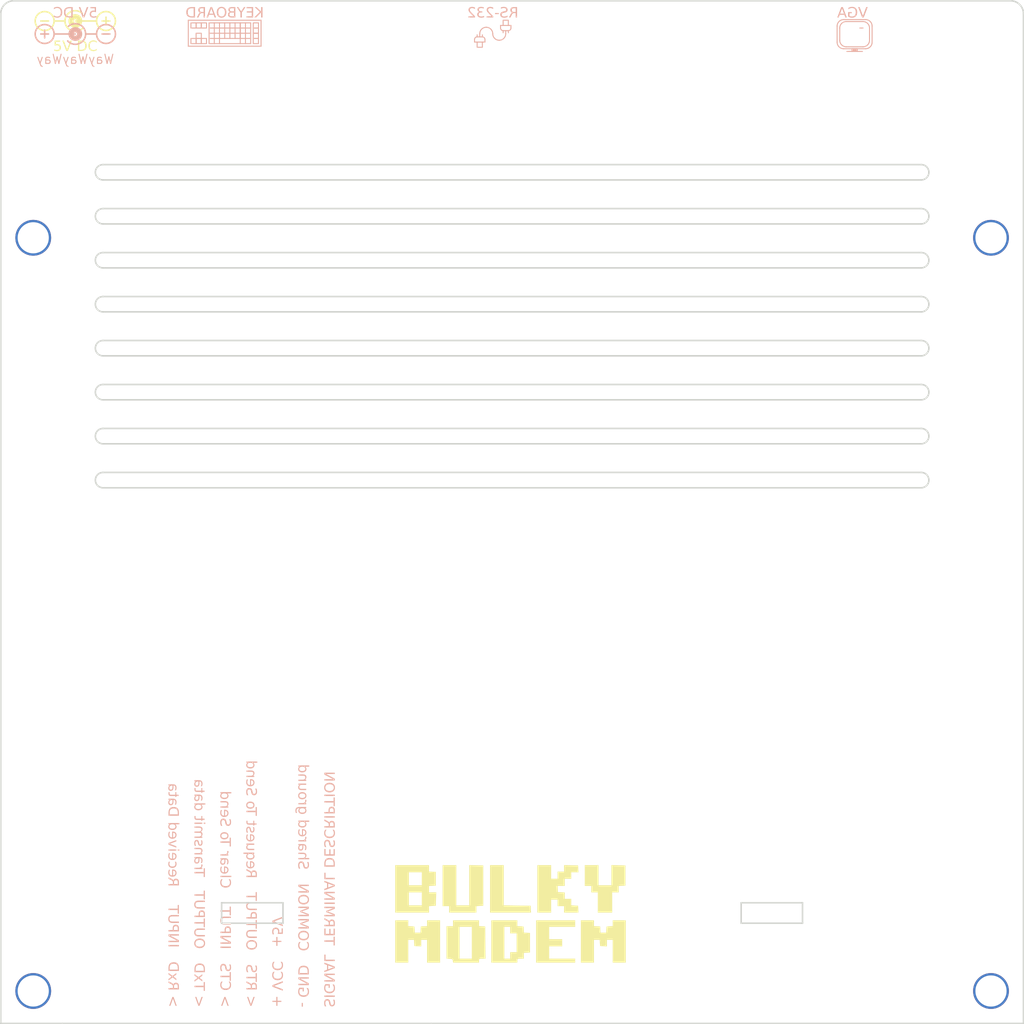
<source format=kicad_pcb>
(kicad_pcb (version 20240108) (generator "pcbnew") (generator_version "8.0")
  (layers (0 "F.Cu" signal) (31 "B.Cu" signal) (34 "B.Paste" user) (35 "F.Paste" user) (36 "B.SilkS" user "B.Silkscreen") (37 "F.SilkS" user "F.Silkscreen") (38 "B.Mask" user) (39 "F.Mask" user) (44 "Edge.Cuts" user))
  (net 0 "")
  (footprint "mounting:M3_pin" (layer "F.Cu") (at 73.355 151.435)
    (property "Reference" "M1" (hide yes))
    (property "Value" "Mounting" (hide yes))
    (pad "1" thru_hole circle (at 0 0) (size 3.5 3.5) (drill 3.048) (layers "*.Cu" "*.Mask"))
  )
  (footprint "mounting:M3_pin" (layer "F.Cu") (at 167.005 151.435)
    (property "Reference" "M2" (hide yes))
    (property "Value" "Mounting" (hide yes))
    (pad "1" thru_hole circle (at 0 0) (size 3.5 3.5) (drill 3.048) (layers "*.Cu" "*.Mask"))
  )
  (footprint "mounting:M3_pin" (layer "F.Cu") (at 167.005 77.785)
    (property "Reference" "M3" (hide yes))
    (property "Value" "Mounting" (hide yes))
    (pad "1" thru_hole circle (at 0 0) (size 3.5 3.5) (drill 3.048) (layers "*.Cu" "*.Mask"))
  )
  (footprint "mounting:M3_pin" (layer "F.Cu") (at 73.355 77.785)
    (property "Reference" "M4" (hide yes))
    (property "Value" "Mounting" (hide yes))
    (pad "1" thru_hole circle (at 0 0) (size 3.5 3.5) (drill 3.048) (layers "*.Cu" "*.Mask"))
  )
  (footprint "artwork:BulkyModem" (layer "F.Cu") (at 120.18 143.891)
    (property "Reference" "G***" (hide yes))
    (property "Value" "LOGO" (hide yes))
    (fp_poly (pts (xy -0.8255 -0.828077) (xy 0.492125 -0.810914) (xy 1.80975 -0.79375) (xy 1.848136 -0.127) (xy -2.159 -0.127) (xy -2.159 -4.7625) (xy -0.8255 -4.7625) (xy -0.8255 -0.828077)) (stroke (width 0.01)) (fill solid) (layer "F.SilkS"))
    (fp_poly (pts (xy 6.1595 1.27) (xy 3.6195 1.27) (xy 3.6195 2.4765) (xy 4.8895 2.4765) (xy 4.8895 3.175) (xy 3.6195 3.175) (xy 3.6195 4.3815) (xy 6.1595 4.3815) (xy 6.1595 4.7625) (xy 2.3495 4.7625) (xy 2.3495 0.635) (xy 6.1595 0.635) (xy 6.1595 1.27)) (stroke (width 0.01)) (fill solid) (layer "F.SilkS"))
    (fp_poly (pts (xy -3.508375 -4.748774) (xy -2.82575 -4.73075) (xy -2.82575 -0.79375) (xy -3.4925 -0.755364) (xy -3.4925 -0.127) (xy -6.1595 -0.127) (xy -6.1595 -0.762) (xy -6.7945 -0.762) (xy -6.7945 -4.7625) (xy -5.461 -4.7625) (xy -5.461 -0.8255) (xy -4.191 -0.8255) (xy -4.191 -4.766796) (xy -3.508375 -4.748774)) (stroke (width 0.01)) (fill solid) (layer "F.SilkS"))
    (fp_poly (pts (xy 10.398125 -4.748774) (xy 11.08075 -4.73075) (xy 11.08075 -2.76225) (xy 10.414 -2.723864) (xy 10.414 -2.0955) (xy 9.779 -2.0955) (xy 9.779 -0.127) (xy 8.382 -0.127) (xy 8.382 -2.0955) (xy 7.747 -2.0955) (xy 7.747 -2.7305) (xy 7.112 -2.7305) (xy 7.112 -4.7625) (xy 8.4455 -4.7625) (xy 8.4455 -2.794) (xy 9.7155 -2.794) (xy 9.7155 -4.766796) (xy 10.398125 -4.748774)) (stroke (width 0.01)) (fill solid) (layer "F.SilkS"))
    (fp_poly (pts (xy 8.001 1.199541) (xy 8.302625 1.218895) (xy 8.60425 1.23825) (xy 8.642958 1.8415) (xy 8.92175 1.8415) (xy 9.200541 1.841499) (xy 9.219895 1.539875) (xy 9.23925 1.23825) (xy 9.540875 1.218895) (xy 9.8425 1.199541) (xy 9.8425 0.635) (xy 11.1125 0.635) (xy 11.1125 4.7625) (xy 9.8425 4.7625) (xy 9.8425 2.54) (xy 9.271 2.54) (xy 9.271 3.181636) (xy 8.60425 3.14325) (xy 8.584895 2.841625) (xy 8.565541 2.54) (xy 8.001 2.54) (xy 8.001 4.7625) (xy 6.731 4.7625) (xy 6.731 0.635) (xy 8.001 0.635) (xy 8.001 1.199541)) (stroke (width 0.01)) (fill solid) (layer "F.SilkS"))
    (fp_poly (pts (xy -10.16 0.91727) (xy -10.160001 1.199541) (xy -9.858375 1.218895) (xy -9.55675 1.23825) (xy -9.518042 1.8415) (xy -9.23925 1.8415) (xy -8.960459 1.841499) (xy -8.941105 1.539875) (xy -8.92175 1.23825) (xy -8.620125 1.218895) (xy -8.3185 1.199541) (xy -8.3185 0.635) (xy -7.0485 0.635) (xy -7.0485 4.7625) (xy -8.3185 4.7625) (xy -8.3185 2.54) (xy -8.89 2.54) (xy -8.89 3.181636) (xy -9.55675 3.14325) (xy -9.576105 2.841625) (xy -9.595459 2.54) (xy -10.16 2.54) (xy -10.16 4.7625) (xy -11.43 4.7625) (xy -11.43 0.635) (xy -10.16 0.635) (xy -10.16 0.91727)) (stroke (width 0.01)) (fill solid) (layer "F.SilkS"))
    (fp_poly (pts (xy -8.128 -4.448319) (xy -8.128001 -4.134137) (xy -7.794625 -4.114944) (xy -7.46125 -4.09575) (xy -7.46125 -2.76225) (xy -8.128 -2.723864) (xy -8.128 -2.0955) (xy -7.425058 -2.0955) (xy -7.46125 -0.79375) (xy -8.128 -0.755364) (xy -8.128 -0.127) (xy -11.43 -0.127) (xy -11.43 -2.0955) (xy -10.0965 -2.0955) (xy -10.0965 -0.8255) (xy -8.8265 -0.8255) (xy -8.8265 -2.0955) (xy -10.0965 -2.0955) (xy -11.43 -2.0955) (xy -11.43 -4.064) (xy -10.0965 -4.064) (xy -10.0965 -2.794) (xy -8.8265 -2.794) (xy -8.8265 -4.064) (xy -10.0965 -4.064) (xy -11.43 -4.064) (xy -11.43 -4.7625) (xy -8.128 -4.7625) (xy -8.128 -4.448319)) (stroke (width 0.01)) (fill solid) (layer "F.SilkS"))
    (fp_poly (pts (xy -3.2385 1.199541) (xy -2.936875 1.218895) (xy -2.63525 1.23825) (xy -2.601282 4.3815) (xy -2.919891 4.3815) (xy -3.108261 4.385622) (xy -3.202347 4.411026) (xy -3.234854 4.477267) (xy -3.2385 4.572) (xy -3.2385 4.7625) (xy -5.770065 4.7625) (xy -5.790158 4.587875) (xy -5.814419 4.481041) (xy -5.878841 4.42586) (xy -6.019147 4.400792) (xy -6.111875 4.393895) (xy -6.4135 4.374541) (xy -6.4135 1.27) (xy -5.1435 1.27) (xy -5.1435 4.3815) (xy -3.937 4.3815) (xy -3.937 1.27) (xy -5.1435 1.27) (xy -6.4135 1.27) (xy -6.4135 1.2065) (xy -5.7785 1.2065) (xy -5.7785 0.635) (xy -3.2385 0.635) (xy -3.2385 1.199541)) (stroke (width 0.01)) (fill solid) (layer "F.SilkS"))
    (fp_poly (pts (xy 0.508 1.199541) (xy 0.809625 1.218895) (xy 1.11125 1.23825) (xy 1.130467 1.536532) (xy 1.149685 1.834814) (xy 1.447967 1.854032) (xy 1.74625 1.87325) (xy 1.74625 3.77825) (xy 1.143 3.816958) (xy 1.143 4.3815) (xy 0.8255 4.3815) (xy 0.637547 4.385661) (xy 0.543822 4.411252) (xy 0.511565 4.477926) (xy 0.508 4.572) (xy 0.508 4.7625) (xy -2.032 4.7625) (xy -2.032 1.27) (xy -0.762 1.27) (xy -0.762 4.3815) (xy -0.1905 4.3815) (xy -0.1905 3.7465) (xy 0.4445 3.7465) (xy 0.4445 1.905) (xy -0.1905 1.905) (xy -0.1905 1.27) (xy -0.762 1.27) (xy -2.032 1.27) (xy -2.032 0.635) (xy 0.508 0.635) (xy 0.508 1.199541)) (stroke (width 0.01)) (fill solid) (layer "F.SilkS"))
    (fp_poly (pts (xy 5.762625 -4.748774) (xy 6.44525 -4.73075) (xy 6.483636 -4.064) (xy 5.7785 -4.064) (xy 5.7785 -3.429) (xy 5.1435 -3.429) (xy 5.1435 -2.7305) (xy 4.79077 -2.730501) (xy 4.438041 -2.730501) (xy 4.457395 -2.428875) (xy 4.47675 -2.12725) (xy 5.1435 -2.088864) (xy 5.1435 -1.4605) (xy 5.7785 -1.4605) (xy 5.7785 -0.832137) (xy 6.111875 -0.812944) (xy 6.44525 -0.79375) (xy 6.483636 -0.127) (xy 5.08 -0.127) (xy 5.08 -0.762) (xy 4.445 -0.762) (xy 4.445 -1.397) (xy 3.81 -1.397) (xy 3.81 -0.127) (xy 2.4765 -0.127) (xy 2.4765 -4.7625) (xy 3.81 -4.7625) (xy 3.81 -3.429) (xy 4.445 -3.429) (xy 4.445 -4.1275) (xy 5.08 -4.1275) (xy 5.08 -4.766796) (xy 5.762625 -4.748774)) (stroke (width 0.01)) (fill solid) (layer "F.SilkS"))
  )
  (footprint "BulkyModem:PWR_Specification_Single" (layer "F.Cu") (at 77.47 56.515)
    (property "Reference" "REF**" (hide yes))
    (property "Value" "PWR_Spec")
    (fp_line (start -2 0.075) (end -1.1 0.075) (stroke (width 0.15)) (layer "F.SilkS"))
    (fp_line (start 0 0.075) (end 2 0.075) (stroke (width 0.15)) (layer "F.SilkS"))
    (fp_arc (start 0.75 0.75) (mid -1.007627 0.128033) (end 0.675 -0.675) (stroke (width 0.15)) (layer "F.SilkS"))
    (fp_circle (center -3 0.075) (end -3 1) (stroke (width 0.15)) (fill none) (layer "F.SilkS"))
    (fp_circle (center 0 0.075) (end 0 0.25) (stroke (width 0.5)) (fill none) (layer "F.SilkS"))
    (fp_circle (center 3 0.075) (end 3 1) (stroke (width 0.15)) (fill none) (layer "F.SilkS"))
    (fp_text user "-" (at -3 0 360) (layer "F.SilkS"))
    (fp_text user "+" (at 3 0 360) (layer "F.SilkS"))
  )
  (footprint "BulkyModem:PWR_Specification_Single" (layer "B.Cu") (at 77.47 57.785 180)
    (property "Reference" "REF**" (hide yes))
    (property "Value" "PWR_Spec")
    (fp_line (start 2 -0.075) (end 0 -0.075) (stroke (width 0.15)) (layer "B.SilkS"))
    (fp_line (start -1.1 -0.075) (end -2 -0.075) (stroke (width 0.15)) (layer "B.SilkS"))
    (fp_arc (start 0.675 0.675) (mid -1.007627 -0.128033) (end 0.75 -0.75) (stroke (width 0.15)) (layer "B.SilkS"))
    (fp_circle (center 3 -0.075) (end 3 -1) (stroke (width 0.15)) (fill none) (layer "B.SilkS"))
    (fp_circle (center 0 -0.075) (end 0 -0.25) (stroke (width 0.5)) (fill none) (layer "B.SilkS"))
    (fp_circle (center -3 -0.075) (end -3 -1) (stroke (width 0.15)) (fill none) (layer "B.SilkS"))
    (fp_text user "-" (at -3 0 180) (layer "B.SilkS") (effects (justify mirror)))
    (fp_text user "+" (at 3 0 180) (layer "B.SilkS") (effects (justify mirror)))
  )
  (footprint "artwork:Keyboard" (layer "B.Cu") (at 92.075 57.785 180)
    (property "Reference" "REF**" (hide yes))
    (property "Value" "Keyboard" (hide yes))
    (fp_line (start 3.556 1.27) (end -3.556 1.27) (stroke (width 0.1)) (layer "B.SilkS"))
    (fp_line (start 3.556 -1.27) (end 3.556 1.27) (stroke (width 0.1)) (layer "B.SilkS"))
    (fp_line (start 1.524 1.016) (end 1.524 0.508) (stroke (width 0.1)) (layer "B.SilkS"))
    (fp_line (start 1.524 1.016) (end 1.016 1.016) (stroke (width 0.1)) (layer "B.SilkS"))
    (fp_line (start 1.524 0) (end 1.524 0.508) (stroke (width 0.1)) (layer "B.SilkS"))
    (fp_line (start 1.524 0) (end 1.524 -0.508) (stroke (width 0.1)) (layer "B.SilkS"))
    (fp_line (start 1.524 0) (end 1.016 0) (stroke (width 0.1)) (layer "B.SilkS"))
    (fp_line (start 1.524 -1.016) (end 1.524 -0.508) (stroke (width 0.1)) (layer "B.SilkS"))
    (fp_line (start 1.016 1.016) (end 1.016 0.508) (stroke (width 0.1)) (layer "B.SilkS"))
    (fp_line (start 1.016 0.508) (end 1.524 0.508) (stroke (width 0.1)) (layer "B.SilkS"))
    (fp_line (start 1.016 0) (end 1.016 0.508) (stroke (width 0.1)) (layer "B.SilkS"))
    (fp_line (start 1.016 0) (end 1.016 -0.508) (stroke (width 0.1)) (layer "B.SilkS"))
    (fp_line (start 1.016 -0.508) (end 1.524 -0.508) (stroke (width 0.1)) (layer "B.SilkS"))
    (fp_line (start 1.016 -0.508) (end 1.016 -1.016) (stroke (width 0.1)) (layer "B.SilkS"))
    (fp_line (start 1.016 -1.016) (end 1.524 -1.016) (stroke (width 0.1)) (layer "B.SilkS"))
    (fp_line (start 1.016 -1.016) (end 0.508 -1.016) (stroke (width 0.1)) (layer "B.SilkS"))
    (fp_line (start 0.508 0.508) (end 0.508 0) (stroke (width 0.1)) (layer "B.SilkS"))
    (fp_line (start 0.508 0) (end 0.508 0.508) (stroke (width 0.1)) (layer "B.SilkS"))
    (fp_line (start 0 1.016) (end -0.508 1.016) (stroke (width 0.1)) (layer "B.SilkS"))
    (fp_line (start 0 0.508) (end 0 1.016) (stroke (width 0.1)) (layer "B.SilkS"))
    (fp_line (start 0 0) (end 0 0.508) (stroke (width 0.1)) (layer "B.SilkS"))
    (fp_line (start 0 0) (end -0.508 0) (stroke (width 0.1)) (layer "B.SilkS"))
    (fp_line (start 0 -0.508) (end 0 0) (stroke (width 0.1)) (layer "B.SilkS"))
    (fp_line (start -0.508 1.016) (end -0.508 0.508) (stroke (width 0.1)) (layer "B.SilkS"))
    (fp_line (start -0.508 1.016) (end -1.016 1.016) (stroke (width 0.1)) (layer "B.SilkS"))
    (fp_line (start -0.508 0.508) (end 0 0.508) (stroke (width 0.1)) (layer "B.SilkS"))
    (fp_line (start -0.508 0) (end -0.508 0.508) (stroke (width 0.1)) (layer "B.SilkS"))
    (fp_line (start -0.508 0) (end -0.508 -0.508) (stroke (width 0.1)) (layer "B.SilkS"))
    (fp_line (start -0.508 0) (end -1.016 0) (stroke (width 0.1)) (layer "B.SilkS"))
    (fp_line (start -0.508 -0.508) (end 0 -0.508) (stroke (width 0.1)) (layer "B.SilkS"))
    (fp_line (start -1.016 1.016) (end -1.016 0.508) (stroke (width 0.1)) (layer "B.SilkS"))
    (fp_line (start -1.016 0.508) (end -0.508 0.508) (stroke (width 0.1)) (layer "B.SilkS"))
    (fp_line (start -1.016 0) (end -1.016 0.508) (stroke (width 0.1)) (layer "B.SilkS"))
    (fp_line (start -1.016 0) (end -1.016 -0.508) (stroke (width 0.1)) (layer "B.SilkS"))
    (fp_line (start -1.016 -0.508) (end -0.508 -0.508) (stroke (width 0.1)) (layer "B.SilkS"))
    (fp_line (start -1.524 1.016) (end -1.524 0.508) (stroke (width 0.1)) (layer "B.SilkS"))
    (fp_line (start -1.524 1.016) (end -2.032 1.016) (stroke (width 0.1)) (layer "B.SilkS"))
    (fp_line (start -1.524 0.508) (end -1.524 0) (stroke (width 0.1)) (layer "B.SilkS"))
    (fp_line (start -1.524 0) (end -1.524 0.508) (stroke (width 0.1)) (layer "B.SilkS"))
    (fp_line (start -1.524 0) (end -1.524 -0.508) (stroke (width 0.1)) (layer "B.SilkS"))
    (fp_line (start -1.524 0) (end -2.032 0) (stroke (width 0.1)) (layer "B.SilkS"))
    (fp_line (start -1.524 -1.016) (end -2.032 -1.016) (stroke (width 0.1)) (layer "B.SilkS"))
    (fp_line (start -2.032 1.016) (end -2.032 0.508) (stroke (width 0.1)) (layer "B.SilkS"))
    (fp_line (start -2.032 0.508) (end -1.524 0.508) (stroke (width 0.1)) (layer "B.SilkS"))
    (fp_line (start -2.032 0) (end -2.032 0.508) (stroke (width 0.1)) (layer "B.SilkS"))
    (fp_line (start -2.032 0) (end -2.032 -0.508) (stroke (width 0.1)) (layer "B.SilkS"))
    (fp_line (start -2.032 -0.508) (end -1.524 -0.508) (stroke (width 0.1)) (layer "B.SilkS"))
    (fp_line (start -2.032 -0.508) (end -2.032 -1.016) (stroke (width 0.1)) (layer "B.SilkS"))
    (fp_line (start -2.032 -1.016) (end -2.54 -1.016) (stroke (width 0.1)) (layer "B.SilkS"))
    (fp_line (start -2.54 0.508) (end -2.54 0) (stroke (width 0.1)) (layer "B.SilkS"))
    (fp_line (start -2.54 -1.016) (end -2.54 -0.508) (stroke (width 0.1)) (layer "B.SilkS"))
    (fp_line (start -3.556 1.27) (end -3.556 -1.27) (stroke (width 0.1)) (layer "B.SilkS"))
    (fp_line (start -3.556 -1.27) (end 3.556 -1.27) (stroke (width 0.1)) (layer "B.SilkS"))
    (fp_rect (start 3.302 0.508) (end 2.794 1.016) (stroke (width 0.1)) (fill none) (layer "B.SilkS"))
    (fp_rect (start 3.302 -1.016) (end 2.794 -0.508) (stroke (width 0.1)) (fill none) (layer "B.SilkS"))
    (fp_rect (start 2.794 0.508) (end 2.286 1.016) (stroke (width 0.1)) (fill none) (layer "B.SilkS"))
    (fp_rect (start 2.794 -0.508) (end 2.286 0) (stroke (width 0.1)) (fill none) (layer "B.SilkS"))
    (fp_rect (start 2.794 -1.016) (end 2.286 -0.508) (stroke (width 0.1)) (fill none) (layer "B.SilkS"))
    (fp_rect (start 2.286 0.508) (end 1.778 1.016) (stroke (width 0.1)) (fill none) (layer "B.SilkS"))
    (fp_rect (start 2.286 -1.016) (end 1.778 -0.508) (stroke (width 0.1)) (fill none) (layer "B.SilkS"))
    (fp_rect (start 1.016 1.016) (end 0.508 1.016) (stroke (width 0.1)) (fill none) (layer "B.SilkS"))
    (fp_rect (start 1.016 0.508) (end 0.508 0.508) (stroke (width 0.1)) (fill none) (layer "B.SilkS"))
    (fp_rect (start 1.016 0) (end 0.508 0) (stroke (width 0.1)) (fill none) (layer "B.SilkS"))
    (fp_rect (start 1.016 -0.508) (end 0.508 -0.508) (stroke (width 0.1)) (fill none) (layer "B.SilkS"))
    (fp_rect (start 0.508 1.016) (end 0 1.016) (stroke (width 0.1)) (fill none) (layer "B.SilkS"))
    (fp_rect (start 0.508 0.508) (end 0.508 1.016) (stroke (width 0.1)) (fill none) (layer "B.SilkS"))
    (fp_rect (start 0.508 0.508) (end 0.508 1.016) (stroke (width 0.1)) (fill none) (layer "B.SilkS"))
    (fp_rect (start 0.508 0.508) (end 0 0.508) (stroke (width 0.1)) (fill none) (layer "B.SilkS"))
    (fp_rect (start 0.508 0) (end 0 0) (stroke (width 0.1)) (fill none) (layer "B.SilkS"))
    (fp_rect (start 0.508 -0.508) (end 0.508 0) (stroke (width 0.1)) (fill none) (layer "B.SilkS"))
    (fp_rect (start 0.508 -0.508) (end 0.508 0) (stroke (width 0.1)) (fill none) (layer "B.SilkS"))
    (fp_rect (start 0.508 -0.508) (end 0 -0.508) (stroke (width 0.1)) (fill none) (layer "B.SilkS"))
    (fp_rect (start 0.508 -1.016) (end 0.508 -0.508) (stroke (width 0.1)) (fill none) (layer "B.SilkS"))
    (fp_rect (start 0.508 -1.016) (end -1.524 -1.016) (stroke (width 0.1)) (fill none) (layer "B.SilkS"))
    (fp_rect (start -1.016 1.016) (end -1.524 1.016) (stroke (width 0.1)) (fill none) (layer "B.SilkS"))
    (fp_rect (start -1.016 0.508) (end -1.524 0.508) (stroke (width 0.1)) (fill none) (layer "B.SilkS"))
    (fp_rect (start -1.016 0) (end -1.524 0) (stroke (width 0.1)) (fill none) (layer "B.SilkS"))
    (fp_rect (start -1.016 -0.508) (end -1.524 -0.508) (stroke (width 0.1)) (fill none) (layer "B.SilkS"))
    (fp_rect (start -1.524 0.508) (end -1.524 1.016) (stroke (width 0.1)) (fill none) (layer "B.SilkS"))
    (fp_rect (start -1.524 -0.508) (end -1.524 0) (stroke (width 0.1)) (fill none) (layer "B.SilkS"))
    (fp_rect (start -1.524 -1.016) (end -1.524 -0.508) (stroke (width 0.1)) (fill none) (layer "B.SilkS"))
    (fp_rect (start -2.032 1.016) (end -2.54 1.016) (stroke (width 0.1)) (fill none) (layer "B.SilkS"))
    (fp_rect (start -2.032 0.508) (end -2.54 0.508) (stroke (width 0.1)) (fill none) (layer "B.SilkS"))
    (fp_rect (start -2.032 0) (end -2.54 0) (stroke (width 0.1)) (fill none) (layer "B.SilkS"))
    (fp_rect (start -2.032 -0.508) (end -2.54 -0.508) (stroke (width 0.1)) (fill none) (layer "B.SilkS"))
    (fp_rect (start -2.54 0.508) (end -2.54 1.016) (stroke (width 0.1)) (fill none) (layer "B.SilkS"))
    (fp_rect (start -2.54 -0.508) (end -2.54 0) (stroke (width 0.1)) (fill none) (layer "B.SilkS"))
    (fp_rect (start -2.794 0.508) (end -3.302 1.016) (stroke (width 0.1)) (fill none) (layer "B.SilkS"))
    (fp_rect (start -2.794 0) (end -3.302 0.508) (stroke (width 0.1)) (fill none) (layer "B.SilkS"))
    (fp_rect (start -2.794 -0.508) (end -3.302 0) (stroke (width 0.1)) (fill none) (layer "B.SilkS"))
    (fp_rect (start -2.794 -1.016) (end -3.302 -0.508) (stroke (width 0.1)) (fill none) (layer "B.SilkS"))
  )
  (footprint "artwork:VGA" (layer "B.Cu") (at 153.67 57.785 180)
    (property "Reference" "REF**" (hide yes))
    (property "Value" "VGA_ICON")
    (fp_line (start 1.709987 -0.879975) (end 1.709987 0.698499) (stroke (width 0.1)) (layer "B.SilkS"))
    (fp_line (start 1.455987 -0.689475) (end 1.455987 0.507999) (stroke (width 0.1)) (layer "B.SilkS"))
    (fp_line (start 1.074987 -1.514975) (end -1.074987 -1.514975) (stroke (width 0.1)) (layer "B.SilkS"))
    (fp_line (start 0.820987 1.142999) (end -0.820987 1.142999) (stroke (width 0.1)) (layer "B.SilkS"))
    (fp_line (start 0.762 -1.778) (end 0.254 -1.778) (stroke (width 0.1)) (layer "B.SilkS"))
    (fp_line (start -0.508 0.508) (end -0.820988 0.508) (stroke (width 0.1)) (layer "B.SilkS"))
    (fp_line (start -0.762 -1.778) (end -0.254 -1.778) (stroke (width 0.1)) (layer "B.SilkS"))
    (fp_line (start -0.820987 -1.324475) (end 0.820987 -1.324475) (stroke (width 0.1)) (layer "B.SilkS"))
    (fp_line (start -1.074987 1.333499) (end 1.074987 1.333499) (stroke (width 0.1)) (layer "B.SilkS"))
    (fp_line (start -1.455987 0.507999) (end -1.455987 -0.625975) (stroke (width 0.1)) (layer "B.SilkS"))
    (fp_line (start -1.709987 -0.816475) (end -1.709987 0.698499) (stroke (width 0.1)) (layer "B.SilkS"))
    (fp_rect (start 0.254 -1.778) (end -0.254 -1.524) (stroke (width 0.1)) (fill solid) (layer "B.SilkS"))
    (fp_arc (start 1.709987 0.698499) (mid 1.524 1.147511) (end 1.074987 1.333499) (stroke (width 0.1)) (layer "B.SilkS"))
    (fp_arc (start 1.455987 0.507999) (mid 1.27 0.957011) (end 0.820987 1.142999) (stroke (width 0.1)) (layer "B.SilkS"))
    (fp_arc (start 1.074987 -1.514975) (mid 1.524 -1.328988) (end 1.709987 -0.879975) (stroke (width 0.1)) (layer "B.SilkS"))
    (fp_arc (start 0.820987 -1.324475) (mid 1.27 -1.138488) (end 1.455987 -0.689475) (stroke (width 0.1)) (layer "B.SilkS"))
    (fp_arc (start -0.820987 1.142999) (mid -1.27 0.957012) (end -1.455987 0.507999) (stroke (width 0.1)) (layer "B.SilkS"))
    (fp_arc (start -1.074987 1.333499) (mid -1.524 1.147512) (end -1.709987 0.698499) (stroke (width 0.1)) (layer "B.SilkS"))
    (fp_arc (start -1.455987 -0.689475) (mid -1.27 -1.138488) (end -0.820987 -1.324475) (stroke (width 0.1)) (layer "B.SilkS"))
    (fp_arc (start -1.709987 -0.879975) (mid -1.524 -1.328988) (end -1.074987 -1.514975) (stroke (width 0.1)) (layer "B.SilkS"))
  )
  (footprint "artwork:RS-232" (layer "B.Cu") (at 118.285 57.785 180)
    (property "Reference" "REF**" (hide yes))
    (property "Value" "RS-232" (hide yes))
    (fp_line (start 1.778 -0.6096) (end 1.778 -0.865405) (stroke (width 0.1)) (layer "B.SilkS"))
    (fp_line (start 1.778 -0.865405) (end 1.524 -0.865405) (stroke (width 0.1)) (layer "B.SilkS"))
    (fp_line (start 1.524 -0.3556) (end 1.524 -0.1524) (stroke (width 0.1)) (layer "B.SilkS"))
    (fp_line (start 1.27 -0.0508) (end 1.27 -0.357405) (stroke (width 0.1)) (layer "B.SilkS"))
    (fp_line (start 1.016 -0.357405) (end 1.524 -0.3556) (stroke (width 0.1)) (layer "B.SilkS"))
    (fp_line (start 1.016 -0.357405) (end 1.016 -0.154205) (stroke (width 0.1)) (layer "B.SilkS"))
    (fp_line (start 1.016 -0.865405) (end 0.762 -0.865405) (stroke (width 0.1)) (layer "B.SilkS"))
    (fp_line (start 0.762 -0.865405) (end 0.762 -0.611405) (stroke (width 0.1)) (layer "B.SilkS"))
    (fp_line (start -0.763805 0.762) (end -0.763805 0.508) (stroke (width 0.1)) (layer "B.SilkS"))
    (fp_line (start -1.017805 0.762) (end -0.763805 0.762) (stroke (width 0.1)) (layer "B.SilkS"))
    (fp_line (start -1.017805 0.254) (end -1.017805 0.0508) (stroke (width 0.1)) (layer "B.SilkS"))
    (fp_line (start -1.017805 0.254) (end -1.525805 0.254) (stroke (width 0.1)) (layer "B.SilkS"))
    (fp_line (start -1.27 -0.0508) (end -1.27 0.252195) (stroke (width 0.1)) (layer "B.SilkS"))
    (fp_line (start -1.525805 0.254) (end -1.525805 0.0508) (stroke (width 0.1)) (layer "B.SilkS"))
    (fp_line (start -1.779805 0.762) (end -1.525805 0.762) (stroke (width 0.1)) (layer "B.SilkS"))
    (fp_line (start -1.779805 0.508) (end -1.779805 0.762) (stroke (width 0.1)) (layer "B.SilkS"))
    (fp_rect (start 1.524 -1.373405) (end 1.016 -0.865405) (stroke (width 0.1)) (fill none) (layer "B.SilkS"))
    (fp_rect (start -1.017805 0.762) (end -1.525805 1.27) (stroke (width 0.1)) (fill none) (layer "B.SilkS"))
    (fp_arc (start 1.778 -0.6096) (mid 1.703605 -0.429995) (end 1.524 -0.3556) (stroke (width 0.1)) (layer "B.SilkS"))
    (fp_arc (start 1.27 -0.0508) (mid 1.084013 0.398213) (end 0.635 0.5842) (stroke (width 0.1)) (layer "B.SilkS"))
    (fp_arc (start 1.016 -0.357405) (mid 0.836393 -0.4318) (end 0.762 -0.611405) (stroke (width 0.1)) (layer "B.SilkS"))
    (fp_arc (start 0.635 0.5842) (mid 0.185987 0.398213) (end 0 -0.0508) (stroke (width 0.1)) (layer "B.SilkS"))
    (fp_arc (start -0.635 -0.6858) (mid -0.185987 -0.499813) (end 0 -0.0508) (stroke (width 0.1)) (layer "B.SilkS"))
    (fp_arc (start -1.017805 0.254) (mid -0.8382 0.328395) (end -0.763805 0.508) (stroke (width 0.1)) (layer "B.SilkS"))
    (fp_arc (start -1.27 -0.0508) (mid -1.084013 -0.499813) (end -0.635 -0.6858) (stroke (width 0.1)) (layer "B.SilkS"))
    (fp_arc (start -1.779805 0.508) (mid -1.70541 0.328395) (end -1.525805 0.254) (stroke (width 0.1)) (layer "B.SilkS"))
  )
  (gr_line (start 70.18 154.61) (end 70.18 55.88) (stroke (width 0.15)) (layer "Edge.Cuts"))
  (gr_line (start 170.18 55.88) (end 170.18 154.61) (stroke (width 0.15)) (layer "Edge.Cuts"))
  (gr_line (start 70.18 154.61) (end 76.2 154.61) (stroke (width 0.15)) (layer "Edge.Cuts"))
  (gr_line (start 163.83 54.61) (end 168.91 54.61) (stroke (width 0.15)) (layer "Edge.Cuts"))
  (gr_line (start 112.268 154.61) (end 76.2 154.61) (stroke (width 0.15)) (layer "Edge.Cuts"))
  (gr_line (start 112.268 154.61) (end 170.18 154.61) (stroke (width 0.15)) (layer "Edge.Cuts"))
  (gr_line (start 91.775 144.808) (end 91.775 142.803) (stroke (width 0.15)) (layer "Edge.Cuts"))
  (gr_line (start 142.575 144.808) (end 148.575 144.808) (stroke (width 0.15)) (layer "Edge.Cuts"))
  (gr_line (start 148.575 142.803) (end 148.575 144.808) (stroke (width 0.15)) (layer "Edge.Cuts"))
  (gr_line (start 142.575 144.808) (end 142.575 142.803) (stroke (width 0.15)) (layer "Edge.Cuts"))
  (gr_line (start 142.575 142.803) (end 148.575 142.803) (stroke (width 0.15)) (layer "Edge.Cuts"))
  (gr_line (start 80.18 96.43) (end 160.18 96.43) (stroke (width 0.15)) (layer "Edge.Cuts"))
  (gr_arc (start 80.18 93.63) (mid 79.43 92.88) (end 80.18 92.13) (stroke (width 0.15)) (layer "Edge.Cuts"))
  (gr_arc (start 160.18 96.43) (mid 160.93 97.18) (end 160.18 97.93) (stroke (width 0.15)) (layer "Edge.Cuts"))
  (gr_line (start 80.18 102.23) (end 160.18 102.23) (stroke (width 0.15)) (layer "Edge.Cuts"))
  (gr_arc (start 80.18 97.93) (mid 79.43 97.18) (end 80.18 96.43) (stroke (width 0.15)) (layer "Edge.Cuts"))
  (gr_arc (start 80.18 102.23) (mid 79.43 101.48) (end 80.18 100.73) (stroke (width 0.15)) (layer "Edge.Cuts"))
  (gr_line (start 80.18 100.73) (end 160.18 100.73) (stroke (width 0.15)) (layer "Edge.Cuts"))
  (gr_line (start 80.18 97.93) (end 160.18 97.93) (stroke (width 0.15)) (layer "Edge.Cuts"))
  (gr_line (start 80.18 92.13) (end 160.18 92.13) (stroke (width 0.15)) (layer "Edge.Cuts"))
  (gr_arc (start 160.18 100.73) (mid 160.93 101.48) (end 160.18 102.23) (stroke (width 0.15)) (layer "Edge.Cuts"))
  (gr_line (start 80.18 87.83) (end 160.18 87.83) (stroke (width 0.15)) (layer "Edge.Cuts"))
  (gr_line (start 80.18 74.93) (end 160.18 74.93) (stroke (width 0.15)) (layer "Edge.Cuts"))
  (gr_arc (start 80.18 72.13) (mid 79.43 71.38) (end 80.18 70.63) (stroke (width 0.15)) (layer "Edge.Cuts"))
  (gr_line (start 80.18 80.73) (end 160.18 80.73) (stroke (width 0.15)) (layer "Edge.Cuts"))
  (gr_arc (start 160.18 79.23) (mid 160.93 79.98) (end 160.18 80.73) (stroke (width 0.15)) (layer "Edge.Cuts"))
  (gr_line (start 80.18 83.53) (end 160.18 83.53) (stroke (width 0.15)) (layer "Edge.Cuts"))
  (gr_arc (start 80.18 89.33) (mid 79.43 88.58) (end 80.18 87.83) (stroke (width 0.15)) (layer "Edge.Cuts"))
  (gr_line (start 80.18 76.43) (end 160.18 76.43) (stroke (width 0.15)) (layer "Edge.Cuts"))
  (gr_arc (start 80.18 80.73) (mid 79.43 79.98) (end 80.18 79.23) (stroke (width 0.15)) (layer "Edge.Cuts"))
  (gr_arc (start 80.18 76.43) (mid 79.43 75.68) (end 80.18 74.93) (stroke (width 0.15)) (layer "Edge.Cuts"))
  (gr_line (start 80.18 85.03) (end 160.18 85.03) (stroke (width 0.15)) (layer "Edge.Cuts"))
  (gr_line (start 80.18 89.33) (end 160.18 89.33) (stroke (width 0.15)) (layer "Edge.Cuts"))
  (gr_line (start 80.18 72.13) (end 160.18 72.13) (stroke (width 0.15)) (layer "Edge.Cuts"))
  (gr_line (start 80.18 93.63) (end 160.18 93.63) (stroke (width 0.15)) (layer "Edge.Cuts"))
  (gr_arc (start 160.18 92.13) (mid 160.93 92.88) (end 160.18 93.63) (stroke (width 0.15)) (layer "Edge.Cuts"))
  (gr_line (start 80.18 70.63) (end 160.18 70.63) (stroke (width 0.15)) (layer "Edge.Cuts"))
  (gr_line (start 80.18 79.23) (end 160.18 79.23) (stroke (width 0.15)) (layer "Edge.Cuts"))
  (gr_arc (start 160.18 74.93) (mid 160.93 75.68) (end 160.18 76.43) (stroke (width 0.15)) (layer "Edge.Cuts"))
  (gr_arc (start 160.18 70.63) (mid 160.93 71.38) (end 160.18 72.13) (stroke (width 0.15)) (layer "Edge.Cuts"))
  (gr_arc (start 80.18 85.03) (mid 79.43 84.28) (end 80.18 83.53) (stroke (width 0.15)) (layer "Edge.Cuts"))
  (gr_arc (start 160.18 87.83) (mid 160.93 88.58) (end 160.18 89.33) (stroke (width 0.15)) (layer "Edge.Cuts"))
  (gr_arc (start 160.18 83.53) (mid 160.93 84.28) (end 160.18 85.03) (stroke (width 0.15)) (layer "Edge.Cuts"))
  (gr_line (start 91.775 144.808) (end 97.775 144.808) (stroke (width 0.15)) (layer "Edge.Cuts"))
  (gr_line (start 163.83 54.61) (end 71.45 54.61) (stroke (width 0.15)) (layer "Edge.Cuts"))
  (gr_line (start 97.775 142.803) (end 97.775 144.808) (stroke (width 0.15)) (layer "Edge.Cuts"))
  (gr_arc (start 70.18 55.88) (mid 70.551974 54.981974) (end 71.45 54.61) (stroke (width 0.15)) (layer "Edge.Cuts"))
  (gr_line (start 91.775 142.803) (end 97.775 142.803) (stroke (width 0.15)) (layer "Edge.Cuts"))
  (gr_arc (start 168.91 54.61) (mid 169.808026 54.981974) (end 170.18 55.88) (stroke (width 0.15)) (layer "Edge.Cuts"))
  (gr_text "- GND   COMMON   Shared ground" (at 99.695 153.035 270) (layer "B.SilkS") (effects (font (size 1 1) (thickness 0.1)) (justify left mirror)))
  (gr_text "< RTS   OUTPUT   Request To Send" (at 94.615 153.035 270) (layer "B.SilkS") (effects (font (size 1 1) (thickness 0.1)) (justify left mirror)))
  (gr_text "> RxD   INPUT    Received Data" (at 86.995 153.035 270) (layer "B.SilkS") (effects (font (size 1 1) (thickness 0.1)) (justify left mirror)))
  (gr_text "RS-232" (at 118.285 55.245 0) (layer "B.SilkS") (effects (font (size 1 1)) (justify top mirror)))
  (gr_text "VGA" (at 153.461 55.245 0) (layer "B.SilkS") (effects (font (size 1 1)) (justify top mirror)))
  (gr_text "+ VCC   +5V" (at 97.155 153.035 -90) (layer "B.SilkS") (effects (font (size 1 1) (thickness 0.1)) (justify left mirror)))
  (gr_text "WayWayWay" (at 77.47 60.325 0) (layer "B.SilkS") (effects (font (size 0.9 0.9) (thickness 0.1)) (justify mirror)))
  (gr_text "< TxD   OUTPUT   Transmit data" (at 89.535 153.035 270) (layer "B.SilkS") (effects (font (size 1 1) (thickness 0.1)) (justify left mirror)))
  (gr_text "5V DC" (at 77.47 55.245 0) (layer "B.SilkS") (effects (font (size 1 1)) (justify top mirror)))
  (gr_text "KEYBOARD" (at 92.075 55.245 0) (layer "B.SilkS") (effects (font (size 1 1)) (justify top mirror)))
  (gr_text "> CTS   INPUT    Clear To Send" (at 92.075 153.035 270) (layer "B.SilkS") (effects (font (size 1 1) (thickness 0.1)) (justify left mirror)))
  (gr_text "SIGNAL  TERMINAL DESCRIPTION" (at 102.235 153.035 270) (layer "B.SilkS") (effects (font (size 1 1) (thickness 0.1)) (justify left mirror)))
  (gr_text "5V DC" (at 77.47 59.69 0) (layer "F.SilkS") (effects (font (size 1 1)) (justify bottom)))
)
</source>
